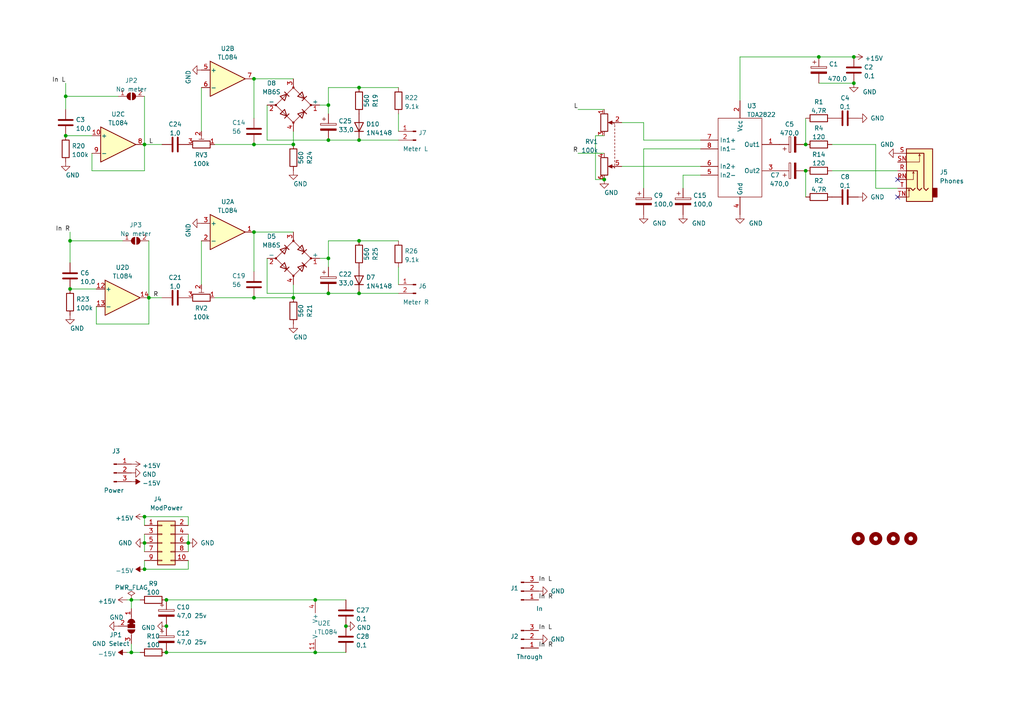
<source format=kicad_sch>
(kicad_sch (version 20211123) (generator eeschema)
  (paper "A4")
  (lib_symbols
    (symbol "Amplifier_Operational:TL084" (pin_names (offset 0.127))
      (property "Reference" "U" (at 0 5.08 0))
      (property "Value" "TL084" (at 0 -5.08 0))
      (symbol "TL084_1_1"
        (polyline (pts (xy -5.08 5.08) (xy 5.08 0) (xy -5.08 -5.08) (xy -5.08 5.08)) (stroke (width 0.254)) (fill (type background)))
        (pin output line (at 7.62 0 180) (length 2.54) (name "~") (number "1"))
        (pin input line (at -7.62 -2.54 0) (length 2.54) (name "-") (number "2"))
        (pin input line (at -7.62 2.54 0) (length 2.54) (name "+") (number "3"))
      )
      (symbol "TL084_2_1"
        (polyline (pts (xy -5.08 5.08) (xy 5.08 0) (xy -5.08 -5.08) (xy -5.08 5.08)) (stroke (width 0.254)) (fill (type background)))
        (pin input line (at -7.62 2.54 0) (length 2.54) (name "+") (number "5"))
        (pin input line (at -7.62 -2.54 0) (length 2.54) (name "-") (number "6"))
        (pin output line (at 7.62 0 180) (length 2.54) (name "~") (number "7"))
      )
      (symbol "TL084_3_1"
        (polyline (pts (xy -5.08 5.08) (xy 5.08 0) (xy -5.08 -5.08) (xy -5.08 5.08)) (stroke (width 0.254)) (fill (type background)))
        (pin input line (at -7.62 2.54 0) (length 2.54) (name "+") (number "10"))
        (pin output line (at 7.62 0 180) (length 2.54) (name "~") (number "8"))
        (pin input line (at -7.62 -2.54 0) (length 2.54) (name "-") (number "9"))
      )
      (symbol "TL084_4_1"
        (polyline (pts (xy -5.08 5.08) (xy 5.08 0) (xy -5.08 -5.08) (xy -5.08 5.08)) (stroke (width 0.254)) (fill (type background)))
        (pin input line (at -7.62 2.54 0) (length 2.54) (name "+") (number "12"))
        (pin input line (at -7.62 -2.54 0) (length 2.54) (name "-") (number "13"))
        (pin output line (at 7.62 0 180) (length 2.54) (name "~") (number "14"))
      )
      (symbol "TL084_5_1"
        (pin power_in line (at -2.54 -7.62 90) (length 3.81) (name "V-") (number "11"))
        (pin power_in line (at -2.54 7.62 270) (length 3.81) (name "V+") (number "4"))
      )
    )
    (symbol "Connector:AudioJack3_Switch"
      (property "Reference" "J" (at 0 11.43 0))
      (property "Value" "AudioJack3_Switch" (at 0 8.89 0))
      (symbol "AudioJack3_Switch_0_1"
        (rectangle (start -5.08 -5.08) (end -6.35 -7.62) (stroke (width 0.254)) (fill (type outline)))
        (polyline (pts (xy -1.27 4.826) (xy -1.016 4.318)))
        (polyline (pts (xy 0.508 -0.254) (xy 0.762 -0.762)))
        (polyline (pts (xy 1.778 -5.334) (xy 2.032 -5.842)))
        (polyline (pts (xy 0 -5.08) (xy 0.635 -5.715) (xy 1.27 -5.08) (xy 2.54 -5.08)) (stroke (width 0.254)))
        (polyline (pts (xy 2.54 -7.62) (xy 1.778 -7.62) (xy 1.778 -5.334) (xy 1.524 -5.842)))
        (polyline (pts (xy 2.54 -2.54) (xy 0.508 -2.54) (xy 0.508 -0.254) (xy 0.254 -0.762)))
        (polyline (pts (xy 2.54 2.54) (xy -1.27 2.54) (xy -1.27 4.826) (xy -1.524 4.318)))
        (polyline (pts (xy -1.905 -5.08) (xy -1.27 -5.715) (xy -0.635 -5.08) (xy -0.635 0) (xy 2.54 0)) (stroke (width 0.254)))
        (polyline (pts (xy 2.54 5.08) (xy -2.54 5.08) (xy -2.54 -5.08) (xy -3.175 -5.715) (xy -3.81 -5.08)) (stroke (width 0.254)))
        (rectangle (start 2.54 6.35) (end -5.08 -8.89) (stroke (width 0.254)) (fill (type background)))
      )
      (symbol "AudioJack3_Switch_1_1"
        (pin passive line (at 5.08 0 180) (length 2.54) (name "~") (number "R"))
        (pin passive line (at 5.08 -2.54 180) (length 2.54) (name "~") (number "RN"))
        (pin passive line (at 5.08 5.08 180) (length 2.54) (name "~") (number "S"))
        (pin passive line (at 5.08 2.54 180) (length 2.54) (name "~") (number "SN"))
        (pin passive line (at 5.08 -5.08 180) (length 2.54) (name "~") (number "T"))
        (pin passive line (at 5.08 -7.62 180) (length 2.54) (name "~") (number "TN"))
      )
    )
    (symbol "Connector:Conn_01x02_Male" (pin_names (offset 1.016) hide)
      (property "Reference" "J" (at 0 2.54 0))
      (property "Value" "Conn_01x02_Male" (at 0 -5.08 0))
      (symbol "Conn_01x02_Male_1_1"
        (polyline (pts (xy 1.27 -2.54) (xy 0.8636 -2.54)) (stroke (width 0.1524)))
        (polyline (pts (xy 1.27 0) (xy 0.8636 0)) (stroke (width 0.1524)))
        (rectangle (start 0.8636 -2.413) (end 0 -2.667) (stroke (width 0.1524)) (fill (type outline)))
        (rectangle (start 0.8636 0.127) (end 0 -0.127) (stroke (width 0.1524)) (fill (type outline)))
        (pin passive line (at 5.08 0 180) (length 3.81) (name "Pin_1") (number "1"))
        (pin passive line (at 5.08 -2.54 180) (length 3.81) (name "Pin_2") (number "2"))
      )
    )
    (symbol "Connector:Conn_01x03_Male" (pin_names (offset 1.016) hide)
      (property "Reference" "J" (at 0 5.08 0))
      (property "Value" "Conn_01x03_Male" (at 0 -5.08 0))
      (symbol "Conn_01x03_Male_1_1"
        (polyline (pts (xy 1.27 -2.54) (xy 0.8636 -2.54)) (stroke (width 0.1524)))
        (polyline (pts (xy 1.27 0) (xy 0.8636 0)) (stroke (width 0.1524)))
        (polyline (pts (xy 1.27 2.54) (xy 0.8636 2.54)) (stroke (width 0.1524)))
        (rectangle (start 0.8636 -2.413) (end 0 -2.667) (stroke (width 0.1524)) (fill (type outline)))
        (rectangle (start 0.8636 0.127) (end 0 -0.127) (stroke (width 0.1524)) (fill (type outline)))
        (rectangle (start 0.8636 2.667) (end 0 2.413) (stroke (width 0.1524)) (fill (type outline)))
        (pin passive line (at 5.08 2.54 180) (length 3.81) (name "Pin_1") (number "1"))
        (pin passive line (at 5.08 0 180) (length 3.81) (name "Pin_2") (number "2"))
        (pin passive line (at 5.08 -2.54 180) (length 3.81) (name "Pin_3") (number "3"))
      )
    )
    (symbol "Connector_Generic:Conn_02x05_Odd_Even" (pin_names (offset 1.016) hide)
      (property "Reference" "J" (at 1.27 7.62 0))
      (property "Value" "Conn_02x05_Odd_Even" (at 1.27 -7.62 0))
      (symbol "Conn_02x05_Odd_Even_1_1"
        (rectangle (start -1.27 -4.953) (end 0 -5.207) (stroke (width 0.1524)))
        (rectangle (start -1.27 -2.413) (end 0 -2.667) (stroke (width 0.1524)))
        (rectangle (start -1.27 0.127) (end 0 -0.127) (stroke (width 0.1524)))
        (rectangle (start -1.27 2.667) (end 0 2.413) (stroke (width 0.1524)))
        (rectangle (start -1.27 5.207) (end 0 4.953) (stroke (width 0.1524)))
        (rectangle (start -1.27 6.35) (end 3.81 -6.35) (stroke (width 0.254)) (fill (type background)))
        (rectangle (start 3.81 -4.953) (end 2.54 -5.207) (stroke (width 0.1524)))
        (rectangle (start 3.81 -2.413) (end 2.54 -2.667) (stroke (width 0.1524)))
        (rectangle (start 3.81 0.127) (end 2.54 -0.127) (stroke (width 0.1524)))
        (rectangle (start 3.81 2.667) (end 2.54 2.413) (stroke (width 0.1524)))
        (rectangle (start 3.81 5.207) (end 2.54 4.953) (stroke (width 0.1524)))
        (pin passive line (at -5.08 5.08 0) (length 3.81) (name "Pin_1") (number "1"))
        (pin passive line (at 7.62 -5.08 180) (length 3.81) (name "Pin_10") (number "10"))
        (pin passive line (at 7.62 5.08 180) (length 3.81) (name "Pin_2") (number "2"))
        (pin passive line (at -5.08 2.54 0) (length 3.81) (name "Pin_3") (number "3"))
        (pin passive line (at 7.62 2.54 180) (length 3.81) (name "Pin_4") (number "4"))
        (pin passive line (at -5.08 0 0) (length 3.81) (name "Pin_5") (number "5"))
        (pin passive line (at 7.62 0 180) (length 3.81) (name "Pin_6") (number "6"))
        (pin passive line (at -5.08 -2.54 0) (length 3.81) (name "Pin_7") (number "7"))
        (pin passive line (at 7.62 -2.54 180) (length 3.81) (name "Pin_8") (number "8"))
        (pin passive line (at -5.08 -5.08 0) (length 3.81) (name "Pin_9") (number "9"))
      )
    )
    (symbol "Device:C" (pin_numbers hide) (pin_names (offset 0.254))
      (property "Reference" "C" (at 0.635 2.54 0))
      (property "Value" "C" (at 0.635 -2.54 0))
      (symbol "C_0_1"
        (polyline (pts (xy -2.032 -0.762) (xy 2.032 -0.762)) (stroke (width 0.508)))
        (polyline (pts (xy -2.032 0.762) (xy 2.032 0.762)) (stroke (width 0.508)))
      )
      (symbol "C_1_1"
        (pin passive line (at 0 3.81 270) (length 2.794) (name "~") (number "1"))
        (pin passive line (at 0 -3.81 90) (length 2.794) (name "~") (number "2"))
      )
    )
    (symbol "Device:C_Polarized" (pin_numbers hide) (pin_names (offset 0.254))
      (property "Reference" "C" (at 0.635 2.54 0))
      (property "Value" "C_Polarized" (at 0.635 -2.54 0))
      (symbol "C_Polarized_0_1"
        (rectangle (start -2.286 0.508) (end 2.286 1.016))
        (polyline (pts (xy -1.778 2.286) (xy -0.762 2.286)))
        (polyline (pts (xy -1.27 2.794) (xy -1.27 1.778)))
        (rectangle (start 2.286 -0.508) (end -2.286 -1.016) (fill (type outline)))
      )
      (symbol "C_Polarized_1_1"
        (pin passive line (at 0 3.81 270) (length 2.794) (name "~") (number "1"))
        (pin passive line (at 0 -3.81 90) (length 2.794) (name "~") (number "2"))
      )
    )
    (symbol "Device:D_Bridge_+-AA" (pin_names (offset 0))
      (property "Reference" "D" (at 2.54 6.985 0))
      (property "Value" "D_Bridge_+-AA" (at 2.54 5.08 0))
      (symbol "D_Bridge_+-AA_0_1"
        (circle (center -5.08 0) (radius 0.254) (fill (type outline)))
        (circle (center 0 -5.08) (radius 0.254) (fill (type outline)))
        (polyline (pts (xy -2.54 3.81) (xy -1.27 2.54)) (stroke (width 0.254)))
        (polyline (pts (xy -1.27 -2.54) (xy -2.54 -3.81)) (stroke (width 0.254)))
        (polyline (pts (xy 2.54 -1.27) (xy 3.81 -2.54)) (stroke (width 0.254)))
        (polyline (pts (xy 2.54 1.27) (xy 3.81 2.54)) (stroke (width 0.254)))
        (polyline (pts (xy -3.81 2.54) (xy -2.54 1.27) (xy -1.905 3.175) (xy -3.81 2.54)) (stroke (width 0.254)))
        (polyline (pts (xy -2.54 -1.27) (xy -3.81 -2.54) (xy -1.905 -3.175) (xy -2.54 -1.27)) (stroke (width 0.254)))
        (polyline (pts (xy 1.27 2.54) (xy 2.54 3.81) (xy 3.175 1.905) (xy 1.27 2.54)) (stroke (width 0.254)))
        (polyline (pts (xy 3.175 -1.905) (xy 1.27 -2.54) (xy 2.54 -3.81) (xy 3.175 -1.905)) (stroke (width 0.254)))
        (polyline (pts (xy -5.08 0) (xy 0 -5.08) (xy 5.08 0) (xy 0 5.08) (xy -5.08 0)))
        (circle (center 0 5.08) (radius 0.254) (fill (type outline)))
        (circle (center 5.08 0) (radius 0.254) (fill (type outline)))
      )
      (symbol "D_Bridge_+-AA_1_1"
        (pin passive line (at 7.62 0 180) (length 2.54) (name "+") (number "1"))
        (pin passive line (at -7.62 0 0) (length 2.54) (name "-") (number "2"))
        (pin passive line (at 0 7.62 270) (length 2.54) (name "~") (number "3"))
        (pin passive line (at 0 -7.62 90) (length 2.54) (name "~") (number "4"))
      )
    )
    (symbol "Device:R" (pin_numbers hide) (pin_names (offset 0))
      (property "Reference" "R" (at 2.032 0 90))
      (property "Value" "R" (at 0 0 90))
      (symbol "R_0_1"
        (rectangle (start -1.016 -2.54) (end 1.016 2.54) (stroke (width 0.254)))
      )
      (symbol "R_1_1"
        (pin passive line (at 0 3.81 270) (length 1.27) (name "~") (number "1"))
        (pin passive line (at 0 -3.81 90) (length 1.27) (name "~") (number "2"))
      )
    )
    (symbol "Device:R_Potentiometer_Dual" (pin_names (offset 1.016) hide)
      (property "Reference" "RV" (at 0 3.81 0))
      (property "Value" "R_Potentiometer_Dual" (at 0 1.905 0))
      (symbol "R_Potentiometer_Dual_0_1"
        (rectangle (start -8.89 -1.524) (end -3.81 -3.556) (stroke (width 0.254)))
        (polyline (pts (xy -6.35 0) (xy -6.35 -1.016)))
        (polyline (pts (xy -6.35 0) (xy -6.35 -1.016)))
        (polyline (pts (xy -6.35 0) (xy -5.842 0.508)))
        (polyline (pts (xy -5.588 0.508) (xy -5.08 0.508)))
        (polyline (pts (xy -4.572 0.508) (xy -4.064 0.508)))
        (polyline (pts (xy -3.556 0.508) (xy -3.048 0.508)))
        (polyline (pts (xy -2.54 0.508) (xy -2.032 0.508)))
        (polyline (pts (xy -1.524 0.508) (xy -1.016 0.508)))
        (polyline (pts (xy -0.508 0.508) (xy 0 0.508)))
        (polyline (pts (xy 0.508 0.508) (xy 1.016 0.508)))
        (polyline (pts (xy 1.524 0.508) (xy 2.032 0.508)))
        (polyline (pts (xy 2.54 0.508) (xy 3.048 0.508)))
        (polyline (pts (xy 3.556 0.508) (xy 4.064 0.508)))
        (polyline (pts (xy 4.572 0.508) (xy 5.08 0.508)))
        (polyline (pts (xy 5.588 0.508) (xy 6.096 0.508)))
        (polyline (pts (xy 6.35 0) (xy 6.35 -1.016)))
        (polyline (pts (xy 6.35 0) (xy 6.35 -1.016)))
        (polyline (pts (xy 6.604 0.508) (xy 6.858 0.508) (xy 6.35 0)))
        (polyline (pts (xy -6.35 -1.397) (xy -6.858 -0.254) (xy -5.842 -0.254) (xy -6.35 -1.397)) (fill (type outline)))
        (polyline (pts (xy 6.35 -1.397) (xy 5.842 -0.254) (xy 6.858 -0.254) (xy 6.35 -1.397)) (fill (type outline)))
        (rectangle (start 3.81 -1.524) (end 8.89 -3.556) (stroke (width 0.254)))
      )
      (symbol "R_Potentiometer_Dual_1_1"
        (pin passive line (at -10.16 -2.54 0) (length 1.27) (name "1") (number "1"))
        (pin passive line (at -6.35 2.54 270) (length 2.54) (name "2") (number "2"))
        (pin passive line (at -2.54 -2.54 180) (length 1.27) (name "3") (number "3"))
        (pin passive line (at 2.54 -2.54 0) (length 1.27) (name "4") (number "4"))
        (pin passive line (at 6.35 2.54 270) (length 2.54) (name "5") (number "5"))
        (pin passive line (at 10.16 -2.54 180) (length 1.27) (name "6") (number "6"))
      )
    )
    (symbol "Device:R_Potentiometer_Trim" (pin_names (offset 1.016) hide)
      (property "Reference" "RV" (at -4.445 0 90))
      (property "Value" "R_Potentiometer_Trim" (at -2.54 0 90))
      (symbol "R_Potentiometer_Trim_0_1"
        (polyline (pts (xy 1.524 0.762) (xy 1.524 -0.762)))
        (polyline (pts (xy 2.54 0) (xy 1.524 0)))
        (rectangle (start 1.016 2.54) (end -1.016 -2.54) (stroke (width 0.254)))
      )
      (symbol "R_Potentiometer_Trim_1_1"
        (pin passive line (at 0 3.81 270) (length 1.27) (name "1") (number "1"))
        (pin passive line (at 3.81 0 180) (length 1.27) (name "2") (number "2"))
        (pin passive line (at 0 -3.81 90) (length 1.27) (name "3") (number "3"))
      )
    )
    (symbol "Diode:1N4148" (pin_numbers hide) (pin_names hide)
      (property "Reference" "D" (at 0 2.54 0))
      (property "Value" "1N4148" (at 0 -2.54 0))
      (symbol "1N4148_0_1"
        (polyline (pts (xy -1.27 1.27) (xy -1.27 -1.27)) (stroke (width 0.254)))
        (polyline (pts (xy 1.27 0) (xy -1.27 0)))
        (polyline (pts (xy 1.27 1.27) (xy 1.27 -1.27) (xy -1.27 0) (xy 1.27 1.27)) (stroke (width 0.254)))
      )
      (symbol "1N4148_1_1"
        (pin passive line (at -3.81 0 0) (length 2.54) (name "K") (number "1"))
        (pin passive line (at 3.81 0 180) (length 2.54) (name "A") (number "2"))
      )
    )
    (symbol "Jumper:SolderJumper_2_Open" (pin_names (offset 0) hide)
      (property "Reference" "JP" (at 0 2.032 0))
      (property "Value" "SolderJumper_2_Open" (at 0 -2.54 0))
      (symbol "SolderJumper_2_Open_0_1"
        (arc (start -0.254 1.016) (mid -1.27 0) (end -0.254 -1.016))
        (arc (start -0.254 1.016) (mid -1.27 0) (end -0.254 -1.016) (fill (type outline)))
        (polyline (pts (xy -0.254 1.016) (xy -0.254 -1.016)))
        (polyline (pts (xy 0.254 1.016) (xy 0.254 -1.016)))
        (arc (start 0.254 -1.016) (mid 1.27 0) (end 0.254 1.016))
        (arc (start 0.254 -1.016) (mid 1.27 0) (end 0.254 1.016) (fill (type outline)))
      )
      (symbol "SolderJumper_2_Open_1_1"
        (pin passive line (at -3.81 0 0) (length 2.54) (name "A") (number "1"))
        (pin passive line (at 3.81 0 180) (length 2.54) (name "B") (number "2"))
      )
    )
    (symbol "Jumper:SolderJumper_3_Bridged12" (pin_names (offset 0) hide)
      (property "Reference" "JP" (at -2.54 -2.54 0))
      (property "Value" "SolderJumper_3_Bridged12" (at 0 2.794 0))
      (symbol "SolderJumper_3_Bridged12_0_1"
        (rectangle (start -1.016 0.508) (end -0.508 -0.508) (fill (type outline)))
        (arc (start -1.016 1.016) (mid -2.032 0) (end -1.016 -1.016))
        (arc (start -1.016 1.016) (mid -2.032 0) (end -1.016 -1.016) (fill (type outline)))
        (rectangle (start -0.508 1.016) (end 0.508 -1.016) (fill (type outline)))
        (polyline (pts (xy -2.54 0) (xy -2.032 0)))
        (polyline (pts (xy -1.016 1.016) (xy -1.016 -1.016)))
        (polyline (pts (xy 0 -1.27) (xy 0 -1.016)))
        (polyline (pts (xy 1.016 1.016) (xy 1.016 -1.016)))
        (polyline (pts (xy 2.54 0) (xy 2.032 0)))
        (arc (start 1.016 -1.016) (mid 2.032 0) (end 1.016 1.016))
        (arc (start 1.016 -1.016) (mid 2.032 0) (end 1.016 1.016) (fill (type outline)))
      )
      (symbol "SolderJumper_3_Bridged12_1_1"
        (pin passive line (at -5.08 0 0) (length 2.54) (name "A") (number "1"))
        (pin passive line (at 0 -3.81 90) (length 2.54) (name "C") (number "2"))
        (pin passive line (at 5.08 0 180) (length 2.54) (name "B") (number "3"))
      )
    )
    (symbol "Mechanical:MountingHole" (pin_names (offset 1.016))
      (property "Reference" "H" (at 0 5.08 0))
      (property "Value" "MountingHole" (at 0 3.175 0))
      (symbol "MountingHole_0_1"
        (circle (center 0 0) (radius 1.27) (stroke (width 1.27)))
      )
    )
    (symbol "power:+15V" (power) (pin_names (offset 0))
      (property "Value" "+15V" (at 0 3.556 0))
      (symbol "+15V_0_1"
        (polyline (pts (xy -0.762 1.27) (xy 0 2.54)))
        (polyline (pts (xy 0 0) (xy 0 2.54)))
        (polyline (pts (xy 0 2.54) (xy 0.762 1.27)))
      )
      (symbol "+15V_1_1"
        (pin power_in line (at 0 0 90) (length 0) hide (name "+15V") (number "1"))
      )
    )
    (symbol "power:-15V" (power) (pin_names (offset 0))
      (property "Value" "-15V" (at 0 3.81 0))
      (symbol "-15V_0_0"
        (pin power_in line (at 0 0 90) (length 0) hide (name "-15V") (number "1"))
      )
      (symbol "-15V_0_1"
        (polyline (pts (xy 0 0) (xy 0 1.27) (xy 0.762 1.27) (xy 0 2.54) (xy -0.762 1.27) (xy 0 1.27)) (fill (type outline)))
      )
    )
    (symbol "power:GND" (power) (pin_names (offset 0))
      (property "Value" "GND" (at 0 -3.81 0))
      (symbol "GND_0_1"
        (polyline (pts (xy 0 0) (xy 0 -1.27) (xy 1.27 -1.27) (xy 0 -2.54) (xy -1.27 -1.27) (xy 0 -1.27)))
      )
      (symbol "GND_1_1"
        (pin power_in line (at 0 0 270) (length 0) hide (name "GND") (number "1"))
      )
    )
    (symbol "power:PWR_FLAG" (power) (pin_numbers hide) (pin_names (offset 0) hide)
      (property "Value" "PWR_FLAG" (at 0 3.81 0))
      (symbol "PWR_FLAG_0_0"
        (pin power_out line (at 0 0 90) (length 0) (name "pwr") (number "1"))
      )
      (symbol "PWR_FLAG_0_1"
        (polyline (pts (xy 0 0) (xy 0 1.27) (xy -1.016 1.905) (xy 0 2.54) (xy 1.016 1.905) (xy 0 1.27)))
      )
    )
    (symbol "ussr_ic:TDA2822"
      (property "Reference" "U" (at 3.81 15.24 0))
      (property "Value" "TDA2822" (at 6.35 12.7 0))
      (symbol "TDA2822_0_1"
        (rectangle (start -6.35 11.43) (end 6.35 -11.43))
      )
      (symbol "TDA2822_1_1"
        (pin output line (at 11.43 3.81 180) (length 5.08) (name "Out1") (number "1"))
        (pin power_in line (at 0 16.51 270) (length 5.08) (name "Vcc") (number "2"))
        (pin output line (at 11.43 -3.81 180) (length 5.08) (name "Out2") (number "3"))
        (pin power_in line (at 0 -16.51 90) (length 5.08) (name "Gnd") (number "4"))
        (pin input line (at -11.43 -5.08 0) (length 5.08) (name "In2-") (number "5"))
        (pin input line (at -11.43 -2.54 0) (length 5.08) (name "In2+") (number "6"))
        (pin input line (at -11.43 5.08 0) (length 5.08) (name "In1+") (number "7"))
        (pin input line (at -11.43 2.54 0) (length 5.08) (name "In1-") (number "8"))
      )
    )
  )
  (junction (at 95.25 30.48))
  (junction (at 247.65 24.13))
  (junction (at 85.09 41.91))
  (junction (at 233.68 49.53))
  (junction (at 48.26 173.99))
  (junction (at 43.18 86.36))
  (junction (at 104.14 85.09))
  (junction (at 95.25 85.09))
  (junction (at 48.26 181.61))
  (junction (at 104.14 40.64))
  (junction (at 20.32 69.85))
  (junction (at 73.66 22.86))
  (junction (at 38.1 189.23))
  (junction (at 175.26 52.07))
  (junction (at 73.66 41.91))
  (junction (at 233.68 41.91))
  (junction (at 85.09 86.36))
  (junction (at 104.14 25.4))
  (junction (at 38.1 173.99))
  (junction (at 54.61 157.48))
  (junction (at 91.44 189.23))
  (junction (at 41.91 41.91))
  (junction (at 73.66 86.36))
  (junction (at 48.26 189.23))
  (junction (at 41.91 165.1))
  (junction (at 247.65 16.51))
  (junction (at 41.91 157.48))
  (junction (at 104.14 69.85))
  (junction (at 237.49 16.51))
  (junction (at 95.25 74.93))
  (junction (at 19.05 27.94))
  (junction (at 95.25 40.64))
  (junction (at 20.32 83.82))
  (junction (at 19.05 39.37))
  (junction (at 91.44 173.99))
  (junction (at 100.33 181.61))
  (junction (at 73.66 67.31))
  (junction (at 41.91 149.86))
  (no_connect (at 260.35 57.15))
  (no_connect (at 260.35 52.07))
  (wire (pts (xy 186.69 35.56) (xy 180.34 35.56)))
  (wire (pts (xy 73.66 67.31) (xy 73.66 78.74)))
  (wire (pts (xy 104.14 25.4) (xy 115.57 25.4)))
  (wire (pts (xy 38.1 189.23) (xy 40.64 189.23)))
  (wire (pts (xy 62.23 41.91) (xy 73.66 41.91)))
  (wire (pts (xy 43.18 69.85) (xy 43.18 86.36)))
  (wire (pts (xy 95.25 40.64) (xy 104.14 40.64)))
  (wire (pts (xy 92.71 30.48) (xy 95.25 30.48)))
  (wire (pts (xy 48.26 173.99) (xy 91.44 173.99)))
  (wire (pts (xy 41.91 162.56) (xy 41.91 165.1)))
  (wire (pts (xy 20.32 69.85) (xy 20.32 76.2)))
  (wire (pts (xy 115.57 77.47) (xy 115.57 82.55)))
  (wire (pts (xy 175.26 39.37) (xy 172.72 39.37)))
  (wire (pts (xy 62.23 86.36) (xy 73.66 86.36)))
  (wire (pts (xy 38.1 173.99) (xy 40.64 173.99)))
  (wire (pts (xy 233.68 34.29) (xy 233.68 41.91)))
  (wire (pts (xy 26.67 49.53) (xy 41.91 49.53)))
  (wire (pts (xy 54.61 154.94) (xy 54.61 157.48)))
  (wire (pts (xy 77.47 85.09) (xy 77.47 74.93)))
  (wire (pts (xy 41.91 27.94) (xy 41.91 41.91)))
  (wire (pts (xy 91.44 173.99) (xy 100.33 173.99)))
  (wire (pts (xy 214.63 29.21) (xy 214.63 16.51)))
  (wire (pts (xy 58.42 25.4) (xy 58.42 38.1)))
  (wire (pts (xy 43.18 86.36) (xy 46.99 86.36)))
  (wire (pts (xy 36.83 189.23) (xy 38.1 189.23)))
  (wire (pts (xy 41.91 154.94) (xy 41.91 157.48)))
  (wire (pts (xy 172.72 39.37) (xy 172.72 52.07)))
  (wire (pts (xy 38.1 173.99) (xy 38.1 176.53)))
  (wire (pts (xy 19.05 24.13) (xy 19.05 27.94)))
  (wire (pts (xy 43.18 93.98) (xy 43.18 86.36)))
  (wire (pts (xy 115.57 33.02) (xy 115.57 38.1)))
  (wire (pts (xy 237.49 16.51) (xy 247.65 16.51)))
  (wire (pts (xy 237.49 24.13) (xy 247.65 24.13)))
  (wire (pts (xy 260.35 54.61) (xy 254 54.61)))
  (wire (pts (xy 95.25 40.64) (xy 77.47 40.64)))
  (wire (pts (xy 20.32 69.85) (xy 35.56 69.85)))
  (wire (pts (xy 104.14 69.85) (xy 115.57 69.85)))
  (wire (pts (xy 41.91 49.53) (xy 41.91 41.91)))
  (wire (pts (xy 36.83 173.99) (xy 38.1 173.99)))
  (wire (pts (xy 214.63 16.51) (xy 237.49 16.51)))
  (wire (pts (xy 73.66 22.86) (xy 85.09 22.86)))
  (wire (pts (xy 186.69 40.64) (xy 186.69 35.56)))
  (wire (pts (xy 95.25 77.47) (xy 95.25 74.93)))
  (wire (pts (xy 73.66 41.91) (xy 85.09 41.91)))
  (wire (pts (xy 167.64 31.75) (xy 175.26 31.75)))
  (wire (pts (xy 104.14 69.85) (xy 95.25 69.85)))
  (wire (pts (xy 95.25 33.02) (xy 95.25 30.48)))
  (wire (pts (xy 73.66 22.86) (xy 73.66 34.29)))
  (wire (pts (xy 58.42 69.85) (xy 58.42 82.55)))
  (wire (pts (xy 95.25 85.09) (xy 77.47 85.09)))
  (wire (pts (xy 233.68 49.53) (xy 233.68 57.15)))
  (wire (pts (xy 95.25 69.85) (xy 95.25 74.93)))
  (wire (pts (xy 41.91 152.4) (xy 41.91 149.86)))
  (wire (pts (xy 27.94 88.9) (xy 27.94 93.98)))
  (wire (pts (xy 104.14 40.64) (xy 115.57 40.64)))
  (wire (pts (xy 241.3 41.91) (xy 254 41.91)))
  (wire (pts (xy 104.14 85.09) (xy 115.57 85.09)))
  (wire (pts (xy 41.91 149.86) (xy 54.61 149.86)))
  (wire (pts (xy 20.32 67.31) (xy 20.32 69.85)))
  (wire (pts (xy 167.64 44.45) (xy 175.26 44.45)))
  (wire (pts (xy 203.2 40.64) (xy 186.69 40.64)))
  (wire (pts (xy 92.71 74.93) (xy 95.25 74.93)))
  (wire (pts (xy 73.66 86.36) (xy 85.09 86.36)))
  (wire (pts (xy 19.05 27.94) (xy 19.05 31.75)))
  (wire (pts (xy 85.09 38.1) (xy 85.09 41.91)))
  (wire (pts (xy 54.61 157.48) (xy 54.61 160.02)))
  (wire (pts (xy 73.66 67.31) (xy 85.09 67.31)))
  (wire (pts (xy 254 41.91) (xy 254 54.61)))
  (wire (pts (xy 41.91 165.1) (xy 54.61 165.1)))
  (wire (pts (xy 48.26 189.23) (xy 91.44 189.23)))
  (wire (pts (xy 20.32 83.82) (xy 27.94 83.82)))
  (wire (pts (xy 19.05 27.94) (xy 34.29 27.94)))
  (wire (pts (xy 54.61 165.1) (xy 54.61 162.56)))
  (wire (pts (xy 26.67 44.45) (xy 26.67 49.53)))
  (wire (pts (xy 186.69 54.61) (xy 186.69 43.18)))
  (wire (pts (xy 172.72 52.07) (xy 175.26 52.07)))
  (wire (pts (xy 95.25 25.4) (xy 95.25 30.48)))
  (wire (pts (xy 77.47 40.64) (xy 77.47 30.48)))
  (wire (pts (xy 104.14 25.4) (xy 95.25 25.4)))
  (wire (pts (xy 186.69 43.18) (xy 203.2 43.18)))
  (wire (pts (xy 198.12 54.61) (xy 198.12 50.8)))
  (wire (pts (xy 198.12 50.8) (xy 203.2 50.8)))
  (wire (pts (xy 27.94 93.98) (xy 43.18 93.98)))
  (wire (pts (xy 19.05 39.37) (xy 26.67 39.37)))
  (wire (pts (xy 38.1 186.69) (xy 38.1 189.23)))
  (wire (pts (xy 85.09 82.55) (xy 85.09 86.36)))
  (wire (pts (xy 54.61 149.86) (xy 54.61 152.4)))
  (wire (pts (xy 241.3 49.53) (xy 260.35 49.53)))
  (wire (pts (xy 180.34 48.26) (xy 203.2 48.26)))
  (wire (pts (xy 95.25 85.09) (xy 104.14 85.09)))
  (wire (pts (xy 91.44 189.23) (xy 100.33 189.23)))
  (wire (pts (xy 41.91 41.91) (xy 46.99 41.91)))
  (wire (pts (xy 41.91 157.48) (xy 41.91 160.02)))
  (label "In L" (at 156.21 168.91 0))
  (label "R" (at 44.45 86.36 0))
  (label "In L" (at 156.21 182.88 0))
  (label "In R" (at 156.21 173.99 0))
  (label "R" (at 167.64 44.45 180))
  (label "L" (at 43.18 41.91 0))
  (label "In R" (at 156.21 187.96 0))
  (label "L" (at 167.64 31.75 180))
  (label "In L" (at 19.05 24.13 180))
  (label "In R" (at 20.32 67.31 180))
  (symbol (lib_id "Device:R") (at 19.05 43.18 180) (unit 1)
    (property "Reference" "R20" (at 20.828 42.3453 0) (effects (justify right)))
    (property "Value" "100k" (at 20.828 44.8822 0) (effects (justify right)))
    (property "Footprint" "Resistor_SMD:R_1206_3216Metric_Pad1.30x1.75mm_HandSolder" (effects hide))
  )
  (symbol (lib_id "Device:R") (at 237.49 34.29 90) (unit 1)
    (property "Reference" "R1" (at 237.49 29.5742 90))
    (property "Value" "4,7R" (at 237.49 32.1111 90))
    (property "Footprint" "Resistor_THT:R_Axial_DIN0207_L6.3mm_D2.5mm_P2.54mm_Vertical" (effects hide))
  )
  (symbol (lib_id "Device:C") (at 20.32 80.01 0) (unit 1)
    (property "Reference" "C6" (at 23.241 79.1753 0) (effects (justify left)))
    (property "Value" "10,0" (at 23.241 81.7122 0) (effects (justify left)))
    (property "Footprint" "Capacitor_SMD:C_0805_2012Metric_Pad1.18x1.45mm_HandSolder" (effects hide))
  )
  (symbol (lib_id "Device:C_Polarized") (at 186.69 58.42 0) (unit 1)
    (property "Reference" "C9" (at 189.611 56.6963 0) (effects (justify left)))
    (property "Value" "100,0" (at 189.611 59.2332 0) (effects (justify left)))
    (property "Footprint" "Capacitor_THT:CP_Radial_D5.0mm_P2.50mm" (effects hide))
  )
  (symbol (lib_id "Jumper:SolderJumper_3_Bridged12") (at 38.1 181.61 270) (unit 1)
    (property "Reference" "JP1" (at 31.75 184.15 90) (effects (justify left)))
    (property "Value" "GND Select" (at 26.67 186.69 90) (effects (justify left)))
    (property "Footprint" "Connector_PinHeader_2.54mm:PinHeader_1x03_P2.54mm_Vertical" (effects hide))
  )
  (symbol (lib_id "power:GND") (at 38.1 137.16 90) (unit 1)
    (property "Reference" "#PWR0104" (effects hide))
    (property "Value" "GND" (at 41.275 137.5938 90) (effects (justify right)))
  )
  (symbol (lib_id "Device:C") (at 100.33 185.42 0) (unit 1)
    (property "Reference" "C28" (at 103.251 184.5853 0) (effects (justify left)))
    (property "Value" "0,1" (at 103.251 187.1222 0) (effects (justify left)))
    (property "Footprint" "Capacitor_SMD:C_1206_3216Metric_Pad1.33x1.80mm_HandSolder" (effects hide))
  )
  (symbol (lib_id "Device:D_Bridge_+-AA") (at 85.09 74.93 0) (unit 1)
    (property "Reference" "D5" (at 78.74 68.58 0))
    (property "Value" "MB6S" (at 78.74 71.12 0))
    (property "Footprint" "Package_TO_SOT_SMD:TO-269AA" (effects hide))
  )
  (symbol (lib_id "Device:C") (at 19.05 35.56 0) (unit 1)
    (property "Reference" "C3" (at 21.971 34.7253 0) (effects (justify left)))
    (property "Value" "10,0" (at 21.971 37.2622 0) (effects (justify left)))
    (property "Footprint" "Capacitor_SMD:C_0805_2012Metric_Pad1.18x1.45mm_HandSolder" (effects hide))
  )
  (symbol (lib_id "Connector:Conn_01x03_Male") (at 33.02 137.16 0) (unit 1)
    (property "Reference" "J3" (at 33.655 130.844 0))
    (property "Value" "Power" (at 33.02 142.24 0))
    (property "Footprint" "Connector_PinHeader_2.54mm:PinHeader_1x03_P2.54mm_Vertical" (effects hide))
  )
  (symbol (lib_id "power:+15V") (at 247.65 16.51 270) (unit 1)
    (property "Reference" "#PWR0118" (effects hide))
    (property "Value" "+15V" (at 250.825 16.9438 90) (effects (justify left)))
  )
  (symbol (lib_id "Device:R") (at 44.45 189.23 90) (unit 1)
    (property "Reference" "R10" (at 44.45 184.5142 90))
    (property "Value" "100" (at 44.45 187.0511 90))
    (property "Footprint" "Resistor_SMD:R_1206_3216Metric_Pad1.30x1.75mm_HandSolder" (effects hide))
  )
  (symbol (lib_id "Device:C") (at 73.66 82.55 0) (unit 1)
    (property "Reference" "C19" (at 67.31 80.01 0) (effects (justify left)))
    (property "Value" "56" (at 67.31 82.55 0) (effects (justify left)))
    (property "Footprint" "Capacitor_THT:C_Disc_D5.0mm_W2.5mm_P2.50mm" (effects hide))
  )
  (symbol (lib_id "power:-15V") (at 41.91 165.1 90) (unit 1)
    (property "Reference" "#PWR0107" (effects hide))
    (property "Value" "-15V" (at 38.735 165.5338 90) (effects (justify left)))
  )
  (symbol (lib_id "Device:R") (at 104.14 29.21 180) (unit 1)
    (property "Reference" "R19" (at 108.8558 29.21 90))
    (property "Value" "560" (at 106.3189 29.21 90))
    (property "Footprint" "Resistor_SMD:R_1206_3216Metric_Pad1.30x1.75mm_HandSolder" (effects hide))
  )
  (symbol (lib_id "Amplifier_Operational:TL084") (at 34.29 41.91 0) (unit 3)
    (property "Reference" "U2" (at 34.29 33.1302 0))
    (property "Value" "TL084" (at 34.29 35.6671 0))
    (property "Footprint" "Package_DIP:DIP-14_W7.62mm_Socket_LongPads" (effects hide))
    (property "Datasheet" "http://www.ti.com/lit/ds/symlink/tl081.pdf" (effects hide))
  )
  (symbol (lib_id "Mechanical:MountingHole") (at 264.16 156.21 0) (unit 1)
    (property "Reference" "H4" (effects hide))
    (property "Value" "MountingHole" (effects hide))
    (property "Footprint" "MountingHole:MountingHole_3.2mm_M3" (effects hide))
  )
  (symbol (lib_id "power:+15V") (at 38.1 134.62 270) (unit 1)
    (property "Reference" "#PWR0105" (effects hide))
    (property "Value" "+15V" (at 41.275 135.0538 90) (effects (justify left)))
  )
  (symbol (lib_id "Connector:Conn_01x03_Male") (at 151.13 185.42 0) (mirror x) (unit 1)
    (property "Reference" "J2" (at 150.4188 184.5853 0) (effects (justify right)))
    (property "Value" "Through" (at 157.48 190.5 0) (effects (justify right)))
    (property "Footprint" "Connector_PinHeader_2.54mm:PinHeader_1x03_P2.54mm_Vertical" (effects hide))
  )
  (symbol (lib_id "Device:C_Polarized") (at 95.25 81.28 0) (unit 1)
    (property "Reference" "C22" (at 98.171 79.5563 0) (effects (justify left)))
    (property "Value" "33,0" (at 98.171 82.0932 0) (effects (justify left)))
    (property "Footprint" "Capacitor_THT:CP_Radial_D5.0mm_P2.50mm" (effects hide))
  )
  (symbol (lib_id "Diode:1N4148") (at 104.14 81.28 90) (unit 1)
    (property "Reference" "D7" (at 106.172 80.4453 90) (effects (justify right)))
    (property "Value" "1N4148" (at 106.172 82.9822 90) (effects (justify right)))
    (property "Footprint" "Diode_THT:D_DO-35_SOD27_P2.54mm_Vertical_KathodeUp" (effects hide))
    (property "Datasheet" "https://assets.nexperia.com/documents/data-sheet/1N4148_1N4448.pdf" (effects hide))
  )
  (symbol (lib_id "Device:R_Potentiometer_Trim") (at 58.42 41.91 270) (mirror x) (unit 1)
    (property "Reference" "RV3" (at 58.42 44.9564 90))
    (property "Value" "100k" (at 58.42 47.4933 90))
    (property "Footprint" "Potentiometer_THT:Potentiometer_Runtron_RM-065_Vertical" (effects hide))
  )
  (symbol (lib_id "Connector:AudioJack3_Switch") (at 265.43 49.53 0) (mirror y) (unit 1)
    (property "Reference" "J5" (at 272.542 49.9653 0) (effects (justify right)))
    (property "Value" "Phones" (at 272.542 52.5022 0) (effects (justify right)))
    (property "Footprint" "Connector_Audio:Jack_6.35mm_Neutrik_NMJ6HCD2_Horizontal" (effects hide))
  )
  (symbol (lib_id "power:GND") (at 41.91 157.48 270) (unit 1)
    (property "Reference" "#PWR0112" (effects hide))
    (property "Value" "GND" (at 34.29 157.48 90) (effects (justify left)))
  )
  (symbol (lib_id "Device:R") (at 44.45 173.99 90) (unit 1)
    (property "Reference" "R9" (at 44.45 169.2742 90))
    (property "Value" "100" (at 44.45 171.8111 90))
    (property "Footprint" "Resistor_SMD:R_1206_3216Metric_Pad1.30x1.75mm_HandSolder" (effects hide))
  )
  (symbol (lib_id "Device:R_Potentiometer_Trim") (at 58.42 86.36 270) (mirror x) (unit 1)
    (property "Reference" "RV2" (at 58.42 89.4064 90))
    (property "Value" "100k" (at 58.42 91.9433 90))
    (property "Footprint" "Potentiometer_THT:Potentiometer_Runtron_RM-065_Vertical" (effects hide))
  )
  (symbol (lib_id "Device:C") (at 245.11 34.29 90) (unit 1)
    (property "Reference" "C4" (at 245.11 28.4312 90))
    (property "Value" "0,1" (at 245.11 30.9681 90))
    (property "Footprint" "Capacitor_SMD:C_1206_3216Metric_Pad1.33x1.80mm_HandSolder" (effects hide))
  )
  (symbol (lib_id "power:GND") (at 58.42 64.77 270) (unit 1)
    (property "Reference" "#PWR07" (effects hide))
    (property "Value" "GND" (at 54.61 64.77 0) (effects (justify left)))
  )
  (symbol (lib_id "Device:D_Bridge_+-AA") (at 85.09 30.48 0) (unit 1)
    (property "Reference" "D8" (at 78.74 24.13 0))
    (property "Value" "MB6S" (at 78.74 26.67 0))
    (property "Footprint" "Package_TO_SOT_SMD:TO-269AA" (effects hide))
  )
  (symbol (lib_id "Amplifier_Operational:TL084") (at 93.98 181.61 0) (unit 5)
    (property "Reference" "U2" (at 92.075 180.7753 0) (effects (justify left)))
    (property "Value" "TL084" (at 92.075 183.3122 0) (effects (justify left)))
    (property "Footprint" "Package_DIP:DIP-14_W7.62mm_Socket_LongPads" (effects hide))
    (property "Datasheet" "http://www.ti.com/lit/ds/symlink/tl081.pdf" (effects hide))
  )
  (symbol (lib_id "power:GND") (at 48.26 181.61 270) (unit 1)
    (property "Reference" "#PWR0108" (effects hide))
    (property "Value" "GND" (at 45.0851 182.0438 90) (effects (justify right)))
  )
  (symbol (lib_id "ussr_ic:TDA2822") (at 214.63 45.72 0) (unit 1)
    (property "Reference" "U3" (at 216.6494 30.7172 0) (effects (justify left)))
    (property "Value" "TDA2822" (at 216.6494 33.2541 0) (effects (justify left)))
    (property "Footprint" "Package_DIP:DIP-8_W7.62mm_Socket_LongPads" (effects hide))
    (property "Datasheet" "https://usilitelstabo.ru/wp-content/uploads/doc0002tda2822.pdf" (effects hide))
  )
  (symbol (lib_id "Device:R") (at 104.14 73.66 180) (unit 1)
    (property "Reference" "R25" (at 108.8558 73.66 90))
    (property "Value" "560" (at 106.3189 73.66 90))
    (property "Footprint" "Resistor_SMD:R_1206_3216Metric_Pad1.30x1.75mm_HandSolder" (effects hide))
  )
  (symbol (lib_id "power:GND") (at 260.35 44.45 270) (unit 1)
    (property "Reference" "#PWR01" (effects hide))
    (property "Value" "GND" (at 255.27 41.91 90) (effects (justify left)))
  )
  (symbol (lib_id "Device:R") (at 237.49 57.15 90) (unit 1)
    (property "Reference" "R2" (at 237.49 52.4342 90))
    (property "Value" "4,7R" (at 237.49 54.9711 90))
    (property "Footprint" "Resistor_THT:R_Axial_DIN0207_L6.3mm_D2.5mm_P2.54mm_Vertical" (effects hide))
  )
  (symbol (lib_id "Connector:Conn_01x02_Male") (at 120.65 38.1 0) (mirror y) (unit 1)
    (property "Reference" "J7" (at 121.3612 38.5353 0) (effects (justify right)))
    (property "Value" "Meter L" (at 116.84 43.18 0) (effects (justify right)))
    (property "Footprint" "Connector_PinHeader_2.54mm:PinHeader_1x02_P2.54mm_Vertical" (effects hide))
  )
  (symbol (lib_id "power:GND") (at 156.21 171.45 90) (mirror x) (unit 1)
    (property "Reference" "#PWR0101" (effects hide))
    (property "Value" "GND" (at 163.83 171.45 90) (effects (justify left)))
  )
  (symbol (lib_id "power:+15V") (at 41.91 149.86 90) (unit 1)
    (property "Reference" "#PWR0113" (effects hide))
    (property "Value" "+15V" (at 38.735 150.2938 90) (effects (justify left)))
  )
  (symbol (lib_id "power:GND") (at 19.05 46.99 0) (unit 1)
    (property "Reference" "#PWR08" (effects hide))
    (property "Value" "GND" (at 19.05 50.8 0) (effects (justify left)))
  )
  (symbol (lib_id "Device:C_Polarized") (at 198.12 58.42 0) (unit 1)
    (property "Reference" "C15" (at 201.041 56.6963 0) (effects (justify left)))
    (property "Value" "100,0" (at 201.041 59.2332 0) (effects (justify left)))
    (property "Footprint" "Capacitor_THT:CP_Radial_D5.0mm_P2.50mm" (effects hide))
  )
  (symbol (lib_id "Device:C") (at 50.8 41.91 90) (unit 1)
    (property "Reference" "C24" (at 50.8 36.0512 90))
    (property "Value" "1,0" (at 50.8 38.5881 90))
    (property "Footprint" "Capacitor_SMD:C_0805_2012Metric_Pad1.18x1.45mm_HandSolder" (effects hide))
  )
  (symbol (lib_id "Device:C") (at 50.8 86.36 90) (unit 1)
    (property "Reference" "C21" (at 50.8 80.5012 90))
    (property "Value" "1,0" (at 50.8 83.0381 90))
    (property "Footprint" "Capacitor_SMD:C_0805_2012Metric_Pad1.18x1.45mm_HandSolder" (effects hide))
  )
  (symbol (lib_id "Device:R") (at 237.49 41.91 90) (unit 1)
    (property "Reference" "R4" (at 237.49 37.1942 90))
    (property "Value" "120" (at 237.49 39.7311 90))
    (property "Footprint" "Resistor_SMD:R_1206_3216Metric_Pad1.30x1.75mm_HandSolder" (effects hide))
  )
  (symbol (lib_id "Connector_Generic:Conn_02x05_Odd_Even") (at 46.99 157.48 0) (unit 1)
    (property "Reference" "J4" (at 45.72 144.78 0))
    (property "Value" "ModPower" (at 48.26 147.32 0))
    (property "Footprint" "Connector_PinHeader_2.54mm:PinHeader_2x05_P2.54mm_Vertical" (effects hide))
  )
  (symbol (lib_id "power:GND") (at 156.21 185.42 90) (mirror x) (unit 1)
    (property "Reference" "#PWR0102" (effects hide))
    (property "Value" "GND" (at 163.83 185.42 90) (effects (justify left)))
  )
  (symbol (lib_id "power:GND") (at 198.12 62.23 0) (unit 1)
    (property "Reference" "#PWR05" (effects hide))
    (property "Value" "GND" (at 200.66 64.77 0) (effects (justify left)))
  )
  (symbol (lib_id "power:GND") (at 175.26 52.07 0) (unit 1)
    (property "Reference" "#PWR0106" (effects hide))
    (property "Value" "GND" (at 175.26 55.88 0) (effects (justify left)))
  )
  (symbol (lib_id "Device:C_Polarized") (at 48.26 177.8 0) (unit 1)
    (property "Reference" "C10" (at 51.181 176.0763 0) (effects (justify left)))
    (property "Value" "47,0 25v" (at 51.181 178.6132 0) (effects (justify left)))
    (property "Footprint" "Capacitor_THT:CP_Radial_D5.0mm_P2.50mm" (effects hide))
  )
  (symbol (lib_id "power:-15V") (at 38.1 139.7 270) (unit 1)
    (property "Reference" "#PWR0103" (effects hide))
    (property "Value" "-15V" (at 41.275 140.1338 90) (effects (justify left)))
  )
  (symbol (lib_id "power:GND") (at 58.42 20.32 270) (unit 1)
    (property "Reference" "#PWR010" (effects hide))
    (property "Value" "GND" (at 54.61 20.32 0) (effects (justify left)))
  )
  (symbol (lib_id "Device:C_Polarized") (at 237.49 20.32 0) (unit 1)
    (property "Reference" "C1" (at 240.411 18.5963 0) (effects (justify left)))
    (property "Value" "470,0" (at 240.03 22.86 0) (effects (justify left)))
    (property "Footprint" "Capacitor_THT:CP_Radial_D10.0mm_P5.00mm" (effects hide))
  )
  (symbol (lib_id "power:GND") (at 248.92 57.15 90) (unit 1)
    (property "Reference" "#PWR03" (effects hide))
    (property "Value" "GND" (at 256.54 57.15 90) (effects (justify left)))
  )
  (symbol (lib_id "Connector:Conn_01x02_Male") (at 120.65 82.55 0) (mirror y) (unit 1)
    (property "Reference" "J6" (at 121.3612 82.9853 0) (effects (justify right)))
    (property "Value" "Meter R" (at 116.84 87.63 0) (effects (justify right)))
    (property "Footprint" "Connector_PinHeader_2.54mm:PinHeader_1x02_P2.54mm_Vertical" (effects hide))
  )
  (symbol (lib_id "Diode:1N4148") (at 104.14 36.83 90) (unit 1)
    (property "Reference" "D10" (at 106.172 35.9953 90) (effects (justify right)))
    (property "Value" "1N4148" (at 106.172 38.5322 90) (effects (justify right)))
    (property "Footprint" "Diode_THT:D_DO-35_SOD27_P2.54mm_Vertical_KathodeUp" (effects hide))
    (property "Datasheet" "https://assets.nexperia.com/documents/data-sheet/1N4148_1N4448.pdf" (effects hide))
  )
  (symbol (lib_id "Device:C_Polarized") (at 229.87 49.53 90) (unit 1)
    (property "Reference" "C7" (at 224.79 50.8 90))
    (property "Value" "470,0" (at 226.06 53.34 90))
    (property "Footprint" "Capacitor_THT:CP_Radial_D10.0mm_P5.00mm" (effects hide))
  )
  (symbol (lib_id "Device:R") (at 115.57 29.21 180) (unit 1)
    (property "Reference" "R22" (at 117.348 28.3753 0) (effects (justify right)))
    (property "Value" "9.1k" (at 117.348 30.9122 0) (effects (justify right)))
    (property "Footprint" "Resistor_SMD:R_1206_3216Metric_Pad1.30x1.75mm_HandSolder" (effects hide))
  )
  (symbol (lib_id "Device:C") (at 100.33 177.8 0) (unit 1)
    (property "Reference" "C27" (at 103.251 176.9653 0) (effects (justify left)))
    (property "Value" "0,1" (at 103.251 179.5022 0) (effects (justify left)))
    (property "Footprint" "Capacitor_SMD:C_1206_3216Metric_Pad1.33x1.80mm_HandSolder" (effects hide))
  )
  (symbol (lib_id "power:GND") (at 34.29 181.61 270) (unit 1)
    (property "Reference" "#PWR0110" (effects hide))
    (property "Value" "GND" (at 31.75 179.07 90) (effects (justify left)))
  )
  (symbol (lib_id "Device:R") (at 20.32 87.63 180) (unit 1)
    (property "Reference" "R23" (at 22.098 86.7953 0) (effects (justify right)))
    (property "Value" "100k" (at 22.098 89.3322 0) (effects (justify right)))
    (property "Footprint" "Resistor_SMD:R_1206_3216Metric_Pad1.30x1.75mm_HandSolder" (effects hide))
  )
  (symbol (lib_id "Mechanical:MountingHole") (at 259.08 156.21 0) (unit 1)
    (property "Reference" "H3" (effects hide))
    (property "Value" "MountingHole" (effects hide))
    (property "Footprint" "MountingHole:MountingHole_3.2mm_M3" (effects hide))
  )
  (symbol (lib_id "Device:C") (at 73.66 38.1 0) (unit 1)
    (property "Reference" "C14" (at 67.31 35.56 0) (effects (justify left)))
    (property "Value" "56" (at 67.31 38.1 0) (effects (justify left)))
    (property "Footprint" "Capacitor_THT:C_Disc_D5.0mm_W2.5mm_P2.50mm" (effects hide))
  )
  (symbol (lib_id "power:GND") (at 186.69 62.23 0) (unit 1)
    (property "Reference" "#PWR04" (effects hide))
    (property "Value" "GND" (at 189.23 64.77 0) (effects (justify left)))
  )
  (symbol (lib_id "power:GND") (at 20.32 91.44 0) (unit 1)
    (property "Reference" "#PWR011" (effects hide))
    (property "Value" "GND" (at 20.32 95.25 0) (effects (justify left)))
  )
  (symbol (lib_id "Device:C_Polarized") (at 229.87 41.91 90) (unit 1)
    (property "Reference" "C5" (at 228.981 36.0512 90))
    (property "Value" "470,0" (at 228.981 38.5881 90))
    (property "Footprint" "Capacitor_THT:CP_Radial_D10.0mm_P5.00mm" (effects hide))
  )
  (symbol (lib_id "Device:C") (at 245.11 57.15 90) (unit 1)
    (property "Reference" "C8" (at 245.11 51.2912 90))
    (property "Value" "0,1" (at 245.11 53.8281 90))
    (property "Footprint" "Capacitor_SMD:C_1206_3216Metric_Pad1.33x1.80mm_HandSolder" (effects hide))
  )
  (symbol (lib_id "power:+15V") (at 36.83 173.99 90) (unit 1)
    (property "Reference" "#PWR0111" (effects hide))
    (property "Value" "+15V" (at 33.655 174.4238 90) (effects (justify left)))
  )
  (symbol (lib_id "power:-15V") (at 36.83 189.23 90) (unit 1)
    (property "Reference" "#PWR0109" (effects hide))
    (property "Value" "-15V" (at 33.655 189.6638 90) (effects (justify left)))
  )
  (symbol (lib_id "Amplifier_Operational:TL084") (at 66.04 22.86 0) (unit 2)
    (property "Reference" "U2" (at 66.04 14.0802 0))
    (property "Value" "TL084" (at 66.04 16.6171 0))
    (property "Footprint" "Package_DIP:DIP-14_W7.62mm_Socket_LongPads" (effects hide))
    (property "Datasheet" "http://www.ti.com/lit/ds/symlink/tl081.pdf" (effects hide))
  )
  (symbol (lib_id "power:PWR_FLAG") (at 38.1 173.99 0) (unit 1)
    (property "Reference" "#FLG0101" (effects hide))
    (property "Value" "PWR_FLAG" (at 38.1 170.4142 0))
  )
  (symbol (lib_id "Jumper:SolderJumper_2_Open") (at 39.37 69.85 0) (unit 1)
    (property "Reference" "JP3" (at 39.37 65.2612 0))
    (property "Value" "No meter" (at 39.37 67.7981 0))
    (property "Footprint" "Connector_PinHeader_2.54mm:PinHeader_1x02_P2.54mm_Vertical" (effects hide))
  )
  (symbol (lib_id "Device:C") (at 247.65 20.32 0) (unit 1)
    (property "Reference" "C2" (at 250.571 19.4853 0) (effects (justify left)))
    (property "Value" "0,1" (at 250.571 22.0222 0) (effects (justify left)))
    (property "Footprint" "Capacitor_SMD:C_1206_3216Metric_Pad1.33x1.80mm_HandSolder" (effects hide))
  )
  (symbol (lib_id "Device:R_Potentiometer_Dual") (at 177.8 41.91 270) (unit 1)
    (property "Reference" "RV1" (at 173.4821 41.0753 90) (effects (justify right)))
    (property "Value" "100k" (at 173.4821 43.6122 90) (effects (justify right)))
    (property "Footprint" "Potentiometer_THT:Potentiometer_Alps_RK097_Dual_Horizontal" (effects hide))
  )
  (symbol (lib_id "Mechanical:MountingHole") (at 254 156.21 0) (unit 1)
    (property "Reference" "H2" (effects hide))
    (property "Value" "MountingHole" (effects hide))
    (property "Footprint" "MountingHole:MountingHole_3.2mm_M3" (effects hide))
  )
  (symbol (lib_id "power:GND") (at 85.09 49.53 0) (unit 1)
    (property "Reference" "#PWR012" (effects hide))
    (property "Value" "GND" (at 85.09 53.34 0) (effects (justify left)))
  )
  (symbol (lib_id "power:GND") (at 248.92 34.29 90) (unit 1)
    (property "Reference" "#PWR02" (effects hide))
    (property "Value" "GND" (at 256.54 34.29 90) (effects (justify left)))
  )
  (symbol (lib_id "Jumper:SolderJumper_2_Open") (at 38.1 27.94 0) (unit 1)
    (property "Reference" "JP2" (at 38.1 23.3512 0))
    (property "Value" "No meter" (at 38.1 25.8881 0))
    (property "Footprint" "Connector_PinHeader_2.54mm:PinHeader_1x02_P2.54mm_Vertical" (effects hide))
  )
  (symbol (lib_id "Amplifier_Operational:TL084") (at 66.04 67.31 0) (unit 1)
    (property "Reference" "U2" (at 66.04 58.5302 0))
    (property "Value" "TL084" (at 66.04 61.0671 0))
    (property "Footprint" "Package_DIP:DIP-14_W7.62mm_Socket_LongPads" (effects hide))
    (property "Datasheet" "http://www.ti.com/lit/ds/symlink/tl081.pdf" (effects hide))
  )
  (symbol (lib_id "power:GND") (at 247.65 24.13 0) (unit 1)
    (property "Reference" "#PWR0117" (effects hide))
    (property "Value" "GND" (at 250.19 26.67 0) (effects (justify left)))
  )
  (symbol (lib_id "power:GND") (at 85.09 93.98 0) (unit 1)
    (property "Reference" "#PWR09" (effects hide))
    (property "Value" "GND" (at 85.09 97.79 0) (effects (justify left)))
  )
  (symbol (lib_id "Device:C_Polarized") (at 95.25 36.83 0) (unit 1)
    (property "Reference" "C25" (at 98.171 35.1063 0) (effects (justify left)))
    (property "Value" "33,0" (at 98.171 37.6432 0) (effects (justify left)))
    (property "Footprint" "Capacitor_THT:CP_Radial_D5.0mm_P2.50mm" (effects hide))
  )
  (symbol (lib_id "power:GND") (at 100.33 181.61 90) (unit 1)
    (property "Reference" "#PWR013" (effects hide))
    (property "Value" "GND" (at 103.505 182.0438 90) (effects (justify right)))
  )
  (symbol (lib_id "Device:C_Polarized") (at 48.26 185.42 0) (unit 1)
    (property "Reference" "C12" (at 51.181 183.6963 0) (effects (justify left)))
    (property "Value" "47,0 25v" (at 51.181 186.2332 0) (effects (justify left)))
    (property "Footprint" "Capacitor_THT:CP_Radial_D5.0mm_P2.50mm" (effects hide))
  )
  (symbol (lib_id "Connector:Conn_01x03_Male") (at 151.13 171.45 0) (mirror x) (unit 1)
    (property "Reference" "J1" (at 150.4188 170.6153 0) (effects (justify right)))
    (property "Value" "In" (at 157.48 176.53 0) (effects (justify right)))
    (property "Footprint" "Connector_PinHeader_2.54mm:PinHeader_1x03_P2.54mm_Vertical" (effects hide))
  )
  (symbol (lib_id "Amplifier_Operational:TL084") (at 35.56 86.36 0) (unit 4)
    (property "Reference" "U2" (at 35.56 77.5802 0))
    (property "Value" "TL084" (at 35.56 80.1171 0))
    (property "Footprint" "Package_DIP:DIP-14_W7.62mm_Socket_LongPads" (effects hide))
    (property "Datasheet" "http://www.ti.com/lit/ds/symlink/tl081.pdf" (effects hide))
  )
  (symbol (lib_id "Device:R") (at 115.57 73.66 180) (unit 1)
    (property "Reference" "R26" (at 117.348 72.8253 0) (effects (justify right)))
    (property "Value" "9.1k" (at 117.348 75.3622 0) (effects (justify right)))
    (property "Footprint" "Resistor_SMD:R_1206_3216Metric_Pad1.30x1.75mm_HandSolder" (effects hide))
  )
  (symbol (lib_id "Device:R") (at 237.49 49.53 90) (unit 1)
    (property "Reference" "R14" (at 237.49 44.8142 90))
    (property "Value" "120" (at 237.49 47.3511 90))
    (property "Footprint" "Resistor_SMD:R_1206_3216Metric_Pad1.30x1.75mm_HandSolder" (effects hide))
  )
  (symbol (lib_id "power:GND") (at 54.61 157.48 90) (unit 1)
    (property "Reference" "#PWR0114" (effects hide))
    (property "Value" "GND" (at 62.23 157.48 90) (effects (justify left)))
  )
  (symbol (lib_id "power:GND") (at 214.63 62.23 0) (unit 1)
    (property "Reference" "#PWR06" (effects hide))
    (property "Value" "GND" (at 217.17 64.77 0) (effects (justify left)))
  )
  (symbol (lib_id "Device:R") (at 85.09 45.72 180) (unit 1)
    (property "Reference" "R24" (at 89.8058 45.72 90))
    (property "Value" "560" (at 87.2689 45.72 90))
    (property "Footprint" "Resistor_SMD:R_1206_3216Metric_Pad1.30x1.75mm_HandSolder" (effects hide))
  )
  (symbol (lib_id "Device:R") (at 85.09 90.17 180) (unit 1)
    (property "Reference" "R21" (at 89.8058 90.17 90))
    (property "Value" "560" (at 87.2689 90.17 90))
    (property "Footprint" "Resistor_SMD:R_1206_3216Metric_Pad1.30x1.75mm_HandSolder" (effects hide))
  )
  (symbol (lib_id "Mechanical:MountingHole") (at 248.92 156.21 0) (unit 1)
    (property "Reference" "H1" (effects hide))
    (property "Value" "MountingHole" (effects hide))
    (property "Footprint" "MountingHole:MountingHole_3.2mm_M3" (effects hide))
  )
)
</source>
